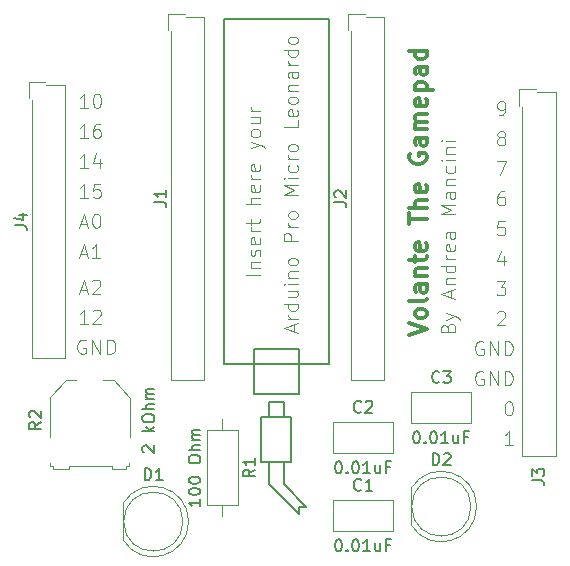
<source format=gbr>
G04 #@! TF.FileFunction,Legend,Top*
%FSLAX46Y46*%
G04 Gerber Fmt 4.6, Leading zero omitted, Abs format (unit mm)*
G04 Created by KiCad (PCBNEW 4.0.7) date 02/17/18 00:03:31*
%MOMM*%
%LPD*%
G01*
G04 APERTURE LIST*
%ADD10C,0.100000*%
%ADD11C,0.300000*%
%ADD12C,0.200000*%
%ADD13C,0.120000*%
%ADD14C,0.150000*%
G04 APERTURE END LIST*
D10*
X131787858Y-100237857D02*
X131102143Y-100237857D01*
X131445001Y-100237857D02*
X131445001Y-99037857D01*
X131330715Y-99209286D01*
X131216429Y-99323571D01*
X131102143Y-99380714D01*
X131387858Y-96497857D02*
X131502143Y-96497857D01*
X131616429Y-96555000D01*
X131673572Y-96612143D01*
X131730715Y-96726429D01*
X131787858Y-96955000D01*
X131787858Y-97240714D01*
X131730715Y-97469286D01*
X131673572Y-97583571D01*
X131616429Y-97640714D01*
X131502143Y-97697857D01*
X131387858Y-97697857D01*
X131273572Y-97640714D01*
X131216429Y-97583571D01*
X131159286Y-97469286D01*
X131102143Y-97240714D01*
X131102143Y-96955000D01*
X131159286Y-96726429D01*
X131216429Y-96612143D01*
X131273572Y-96555000D01*
X131387858Y-96497857D01*
X129260715Y-94015000D02*
X129146429Y-93957857D01*
X128975000Y-93957857D01*
X128803572Y-94015000D01*
X128689286Y-94129286D01*
X128632143Y-94243571D01*
X128575000Y-94472143D01*
X128575000Y-94643571D01*
X128632143Y-94872143D01*
X128689286Y-94986429D01*
X128803572Y-95100714D01*
X128975000Y-95157857D01*
X129089286Y-95157857D01*
X129260715Y-95100714D01*
X129317858Y-95043571D01*
X129317858Y-94643571D01*
X129089286Y-94643571D01*
X129832143Y-95157857D02*
X129832143Y-93957857D01*
X130517858Y-95157857D01*
X130517858Y-93957857D01*
X131089286Y-95157857D02*
X131089286Y-93957857D01*
X131375001Y-93957857D01*
X131546429Y-94015000D01*
X131660715Y-94129286D01*
X131717858Y-94243571D01*
X131775001Y-94472143D01*
X131775001Y-94643571D01*
X131717858Y-94872143D01*
X131660715Y-94986429D01*
X131546429Y-95100714D01*
X131375001Y-95157857D01*
X131089286Y-95157857D01*
X129260715Y-91475000D02*
X129146429Y-91417857D01*
X128975000Y-91417857D01*
X128803572Y-91475000D01*
X128689286Y-91589286D01*
X128632143Y-91703571D01*
X128575000Y-91932143D01*
X128575000Y-92103571D01*
X128632143Y-92332143D01*
X128689286Y-92446429D01*
X128803572Y-92560714D01*
X128975000Y-92617857D01*
X129089286Y-92617857D01*
X129260715Y-92560714D01*
X129317858Y-92503571D01*
X129317858Y-92103571D01*
X129089286Y-92103571D01*
X129832143Y-92617857D02*
X129832143Y-91417857D01*
X130517858Y-92617857D01*
X130517858Y-91417857D01*
X131089286Y-92617857D02*
X131089286Y-91417857D01*
X131375001Y-91417857D01*
X131546429Y-91475000D01*
X131660715Y-91589286D01*
X131717858Y-91703571D01*
X131775001Y-91932143D01*
X131775001Y-92103571D01*
X131717858Y-92332143D01*
X131660715Y-92446429D01*
X131546429Y-92560714D01*
X131375001Y-92617857D01*
X131089286Y-92617857D01*
X130467143Y-88992143D02*
X130524286Y-88935000D01*
X130638572Y-88877857D01*
X130924286Y-88877857D01*
X131038572Y-88935000D01*
X131095715Y-88992143D01*
X131152858Y-89106429D01*
X131152858Y-89220714D01*
X131095715Y-89392143D01*
X130410001Y-90077857D01*
X131152858Y-90077857D01*
X130410001Y-86337857D02*
X131152858Y-86337857D01*
X130752858Y-86795000D01*
X130924286Y-86795000D01*
X131038572Y-86852143D01*
X131095715Y-86909286D01*
X131152858Y-87023571D01*
X131152858Y-87309286D01*
X131095715Y-87423571D01*
X131038572Y-87480714D01*
X130924286Y-87537857D01*
X130581429Y-87537857D01*
X130467143Y-87480714D01*
X130410001Y-87423571D01*
X131038572Y-84197857D02*
X131038572Y-84997857D01*
X130752858Y-83740714D02*
X130467143Y-84597857D01*
X131210001Y-84597857D01*
X131095715Y-81257857D02*
X130524286Y-81257857D01*
X130467143Y-81829286D01*
X130524286Y-81772143D01*
X130638572Y-81715000D01*
X130924286Y-81715000D01*
X131038572Y-81772143D01*
X131095715Y-81829286D01*
X131152858Y-81943571D01*
X131152858Y-82229286D01*
X131095715Y-82343571D01*
X131038572Y-82400714D01*
X130924286Y-82457857D01*
X130638572Y-82457857D01*
X130524286Y-82400714D01*
X130467143Y-82343571D01*
X131038572Y-78717857D02*
X130810001Y-78717857D01*
X130695715Y-78775000D01*
X130638572Y-78832143D01*
X130524286Y-79003571D01*
X130467143Y-79232143D01*
X130467143Y-79689286D01*
X130524286Y-79803571D01*
X130581429Y-79860714D01*
X130695715Y-79917857D01*
X130924286Y-79917857D01*
X131038572Y-79860714D01*
X131095715Y-79803571D01*
X131152858Y-79689286D01*
X131152858Y-79403571D01*
X131095715Y-79289286D01*
X131038572Y-79232143D01*
X130924286Y-79175000D01*
X130695715Y-79175000D01*
X130581429Y-79232143D01*
X130524286Y-79289286D01*
X130467143Y-79403571D01*
X130410001Y-76177857D02*
X131210001Y-76177857D01*
X130695715Y-77377857D01*
X130695715Y-74152143D02*
X130581429Y-74095000D01*
X130524286Y-74037857D01*
X130467143Y-73923571D01*
X130467143Y-73866429D01*
X130524286Y-73752143D01*
X130581429Y-73695000D01*
X130695715Y-73637857D01*
X130924286Y-73637857D01*
X131038572Y-73695000D01*
X131095715Y-73752143D01*
X131152858Y-73866429D01*
X131152858Y-73923571D01*
X131095715Y-74037857D01*
X131038572Y-74095000D01*
X130924286Y-74152143D01*
X130695715Y-74152143D01*
X130581429Y-74209286D01*
X130524286Y-74266429D01*
X130467143Y-74380714D01*
X130467143Y-74609286D01*
X130524286Y-74723571D01*
X130581429Y-74780714D01*
X130695715Y-74837857D01*
X130924286Y-74837857D01*
X131038572Y-74780714D01*
X131095715Y-74723571D01*
X131152858Y-74609286D01*
X131152858Y-74380714D01*
X131095715Y-74266429D01*
X131038572Y-74209286D01*
X130924286Y-74152143D01*
X130581429Y-72297857D02*
X130810001Y-72297857D01*
X130924286Y-72240714D01*
X130981429Y-72183571D01*
X131095715Y-72012143D01*
X131152858Y-71783571D01*
X131152858Y-71326429D01*
X131095715Y-71212143D01*
X131038572Y-71155000D01*
X130924286Y-71097857D01*
X130695715Y-71097857D01*
X130581429Y-71155000D01*
X130524286Y-71212143D01*
X130467143Y-71326429D01*
X130467143Y-71612143D01*
X130524286Y-71726429D01*
X130581429Y-71783571D01*
X130695715Y-71840714D01*
X130924286Y-71840714D01*
X131038572Y-71783571D01*
X131095715Y-71726429D01*
X131152858Y-71612143D01*
X95605715Y-91348000D02*
X95491429Y-91290857D01*
X95320000Y-91290857D01*
X95148572Y-91348000D01*
X95034286Y-91462286D01*
X94977143Y-91576571D01*
X94920000Y-91805143D01*
X94920000Y-91976571D01*
X94977143Y-92205143D01*
X95034286Y-92319429D01*
X95148572Y-92433714D01*
X95320000Y-92490857D01*
X95434286Y-92490857D01*
X95605715Y-92433714D01*
X95662858Y-92376571D01*
X95662858Y-91976571D01*
X95434286Y-91976571D01*
X96177143Y-92490857D02*
X96177143Y-91290857D01*
X96862858Y-92490857D01*
X96862858Y-91290857D01*
X97434286Y-92490857D02*
X97434286Y-91290857D01*
X97720001Y-91290857D01*
X97891429Y-91348000D01*
X98005715Y-91462286D01*
X98062858Y-91576571D01*
X98120001Y-91805143D01*
X98120001Y-91976571D01*
X98062858Y-92205143D01*
X98005715Y-92319429D01*
X97891429Y-92433714D01*
X97720001Y-92490857D01*
X97434286Y-92490857D01*
X95783429Y-89950857D02*
X95097714Y-89950857D01*
X95440572Y-89950857D02*
X95440572Y-88750857D01*
X95326286Y-88922286D01*
X95212000Y-89036571D01*
X95097714Y-89093714D01*
X96240571Y-88865143D02*
X96297714Y-88808000D01*
X96412000Y-88750857D01*
X96697714Y-88750857D01*
X96812000Y-88808000D01*
X96869143Y-88865143D01*
X96926286Y-88979429D01*
X96926286Y-89093714D01*
X96869143Y-89265143D01*
X96183429Y-89950857D01*
X96926286Y-89950857D01*
X95154857Y-87068000D02*
X95726286Y-87068000D01*
X95040572Y-87410857D02*
X95440572Y-86210857D01*
X95840572Y-87410857D01*
X96183428Y-86325143D02*
X96240571Y-86268000D01*
X96354857Y-86210857D01*
X96640571Y-86210857D01*
X96754857Y-86268000D01*
X96812000Y-86325143D01*
X96869143Y-86439429D01*
X96869143Y-86553714D01*
X96812000Y-86725143D01*
X96126286Y-87410857D01*
X96869143Y-87410857D01*
X95154857Y-84020000D02*
X95726286Y-84020000D01*
X95040572Y-84362857D02*
X95440572Y-83162857D01*
X95840572Y-84362857D01*
X96869143Y-84362857D02*
X96183428Y-84362857D01*
X96526286Y-84362857D02*
X96526286Y-83162857D01*
X96412000Y-83334286D01*
X96297714Y-83448571D01*
X96183428Y-83505714D01*
X95154857Y-81480000D02*
X95726286Y-81480000D01*
X95040572Y-81822857D02*
X95440572Y-80622857D01*
X95840572Y-81822857D01*
X96469143Y-80622857D02*
X96583428Y-80622857D01*
X96697714Y-80680000D01*
X96754857Y-80737143D01*
X96812000Y-80851429D01*
X96869143Y-81080000D01*
X96869143Y-81365714D01*
X96812000Y-81594286D01*
X96754857Y-81708571D01*
X96697714Y-81765714D01*
X96583428Y-81822857D01*
X96469143Y-81822857D01*
X96354857Y-81765714D01*
X96297714Y-81708571D01*
X96240571Y-81594286D01*
X96183428Y-81365714D01*
X96183428Y-81080000D01*
X96240571Y-80851429D01*
X96297714Y-80737143D01*
X96354857Y-80680000D01*
X96469143Y-80622857D01*
X95783429Y-79282857D02*
X95097714Y-79282857D01*
X95440572Y-79282857D02*
X95440572Y-78082857D01*
X95326286Y-78254286D01*
X95212000Y-78368571D01*
X95097714Y-78425714D01*
X96869143Y-78082857D02*
X96297714Y-78082857D01*
X96240571Y-78654286D01*
X96297714Y-78597143D01*
X96412000Y-78540000D01*
X96697714Y-78540000D01*
X96812000Y-78597143D01*
X96869143Y-78654286D01*
X96926286Y-78768571D01*
X96926286Y-79054286D01*
X96869143Y-79168571D01*
X96812000Y-79225714D01*
X96697714Y-79282857D01*
X96412000Y-79282857D01*
X96297714Y-79225714D01*
X96240571Y-79168571D01*
X95783429Y-76742857D02*
X95097714Y-76742857D01*
X95440572Y-76742857D02*
X95440572Y-75542857D01*
X95326286Y-75714286D01*
X95212000Y-75828571D01*
X95097714Y-75885714D01*
X96812000Y-75942857D02*
X96812000Y-76742857D01*
X96526286Y-75485714D02*
X96240571Y-76342857D01*
X96983429Y-76342857D01*
X95783429Y-74202857D02*
X95097714Y-74202857D01*
X95440572Y-74202857D02*
X95440572Y-73002857D01*
X95326286Y-73174286D01*
X95212000Y-73288571D01*
X95097714Y-73345714D01*
X96812000Y-73002857D02*
X96583429Y-73002857D01*
X96469143Y-73060000D01*
X96412000Y-73117143D01*
X96297714Y-73288571D01*
X96240571Y-73517143D01*
X96240571Y-73974286D01*
X96297714Y-74088571D01*
X96354857Y-74145714D01*
X96469143Y-74202857D01*
X96697714Y-74202857D01*
X96812000Y-74145714D01*
X96869143Y-74088571D01*
X96926286Y-73974286D01*
X96926286Y-73688571D01*
X96869143Y-73574286D01*
X96812000Y-73517143D01*
X96697714Y-73460000D01*
X96469143Y-73460000D01*
X96354857Y-73517143D01*
X96297714Y-73574286D01*
X96240571Y-73688571D01*
X95783429Y-71662857D02*
X95097714Y-71662857D01*
X95440572Y-71662857D02*
X95440572Y-70462857D01*
X95326286Y-70634286D01*
X95212000Y-70748571D01*
X95097714Y-70805714D01*
X96526286Y-70462857D02*
X96640571Y-70462857D01*
X96754857Y-70520000D01*
X96812000Y-70577143D01*
X96869143Y-70691429D01*
X96926286Y-70920000D01*
X96926286Y-71205714D01*
X96869143Y-71434286D01*
X96812000Y-71548571D01*
X96754857Y-71605714D01*
X96640571Y-71662857D01*
X96526286Y-71662857D01*
X96412000Y-71605714D01*
X96354857Y-71548571D01*
X96297714Y-71434286D01*
X96240571Y-71205714D01*
X96240571Y-70920000D01*
X96297714Y-70691429D01*
X96354857Y-70577143D01*
X96412000Y-70520000D01*
X96526286Y-70462857D01*
X110397857Y-85768571D02*
X109197857Y-85768571D01*
X109597857Y-85197142D02*
X110397857Y-85197142D01*
X109712143Y-85197142D02*
X109655000Y-85139999D01*
X109597857Y-85025713D01*
X109597857Y-84854285D01*
X109655000Y-84739999D01*
X109769286Y-84682856D01*
X110397857Y-84682856D01*
X110340714Y-84168571D02*
X110397857Y-84054285D01*
X110397857Y-83825713D01*
X110340714Y-83711428D01*
X110226429Y-83654285D01*
X110169286Y-83654285D01*
X110055000Y-83711428D01*
X109997857Y-83825713D01*
X109997857Y-83997142D01*
X109940714Y-84111428D01*
X109826429Y-84168571D01*
X109769286Y-84168571D01*
X109655000Y-84111428D01*
X109597857Y-83997142D01*
X109597857Y-83825713D01*
X109655000Y-83711428D01*
X110340714Y-82682856D02*
X110397857Y-82797142D01*
X110397857Y-83025713D01*
X110340714Y-83139999D01*
X110226429Y-83197142D01*
X109769286Y-83197142D01*
X109655000Y-83139999D01*
X109597857Y-83025713D01*
X109597857Y-82797142D01*
X109655000Y-82682856D01*
X109769286Y-82625713D01*
X109883571Y-82625713D01*
X109997857Y-83197142D01*
X110397857Y-82111428D02*
X109597857Y-82111428D01*
X109826429Y-82111428D02*
X109712143Y-82054285D01*
X109655000Y-81997142D01*
X109597857Y-81882856D01*
X109597857Y-81768571D01*
X109597857Y-81539999D02*
X109597857Y-81082856D01*
X109197857Y-81368571D02*
X110226429Y-81368571D01*
X110340714Y-81311428D01*
X110397857Y-81197142D01*
X110397857Y-81082856D01*
X110397857Y-79768571D02*
X109197857Y-79768571D01*
X110397857Y-79254285D02*
X109769286Y-79254285D01*
X109655000Y-79311428D01*
X109597857Y-79425714D01*
X109597857Y-79597142D01*
X109655000Y-79711428D01*
X109712143Y-79768571D01*
X110340714Y-78225714D02*
X110397857Y-78340000D01*
X110397857Y-78568571D01*
X110340714Y-78682857D01*
X110226429Y-78740000D01*
X109769286Y-78740000D01*
X109655000Y-78682857D01*
X109597857Y-78568571D01*
X109597857Y-78340000D01*
X109655000Y-78225714D01*
X109769286Y-78168571D01*
X109883571Y-78168571D01*
X109997857Y-78740000D01*
X110397857Y-77654286D02*
X109597857Y-77654286D01*
X109826429Y-77654286D02*
X109712143Y-77597143D01*
X109655000Y-77540000D01*
X109597857Y-77425714D01*
X109597857Y-77311429D01*
X110340714Y-76454286D02*
X110397857Y-76568572D01*
X110397857Y-76797143D01*
X110340714Y-76911429D01*
X110226429Y-76968572D01*
X109769286Y-76968572D01*
X109655000Y-76911429D01*
X109597857Y-76797143D01*
X109597857Y-76568572D01*
X109655000Y-76454286D01*
X109769286Y-76397143D01*
X109883571Y-76397143D01*
X109997857Y-76968572D01*
X109597857Y-75082857D02*
X110397857Y-74797143D01*
X109597857Y-74511429D02*
X110397857Y-74797143D01*
X110683571Y-74911429D01*
X110740714Y-74968572D01*
X110797857Y-75082857D01*
X110397857Y-73882857D02*
X110340714Y-73997143D01*
X110283571Y-74054286D01*
X110169286Y-74111429D01*
X109826429Y-74111429D01*
X109712143Y-74054286D01*
X109655000Y-73997143D01*
X109597857Y-73882857D01*
X109597857Y-73711429D01*
X109655000Y-73597143D01*
X109712143Y-73540000D01*
X109826429Y-73482857D01*
X110169286Y-73482857D01*
X110283571Y-73540000D01*
X110340714Y-73597143D01*
X110397857Y-73711429D01*
X110397857Y-73882857D01*
X109597857Y-72454286D02*
X110397857Y-72454286D01*
X109597857Y-72968572D02*
X110226429Y-72968572D01*
X110340714Y-72911429D01*
X110397857Y-72797143D01*
X110397857Y-72625715D01*
X110340714Y-72511429D01*
X110283571Y-72454286D01*
X110397857Y-71882858D02*
X109597857Y-71882858D01*
X109826429Y-71882858D02*
X109712143Y-71825715D01*
X109655000Y-71768572D01*
X109597857Y-71654286D01*
X109597857Y-71540001D01*
X113230000Y-90590713D02*
X113230000Y-90019284D01*
X113572857Y-90704998D02*
X112372857Y-90304998D01*
X113572857Y-89904998D01*
X113572857Y-89504999D02*
X112772857Y-89504999D01*
X113001429Y-89504999D02*
X112887143Y-89447856D01*
X112830000Y-89390713D01*
X112772857Y-89276427D01*
X112772857Y-89162142D01*
X113572857Y-88247856D02*
X112372857Y-88247856D01*
X113515714Y-88247856D02*
X113572857Y-88362142D01*
X113572857Y-88590713D01*
X113515714Y-88704999D01*
X113458571Y-88762142D01*
X113344286Y-88819285D01*
X113001429Y-88819285D01*
X112887143Y-88762142D01*
X112830000Y-88704999D01*
X112772857Y-88590713D01*
X112772857Y-88362142D01*
X112830000Y-88247856D01*
X112772857Y-87162142D02*
X113572857Y-87162142D01*
X112772857Y-87676428D02*
X113401429Y-87676428D01*
X113515714Y-87619285D01*
X113572857Y-87504999D01*
X113572857Y-87333571D01*
X113515714Y-87219285D01*
X113458571Y-87162142D01*
X113572857Y-86590714D02*
X112772857Y-86590714D01*
X112372857Y-86590714D02*
X112430000Y-86647857D01*
X112487143Y-86590714D01*
X112430000Y-86533571D01*
X112372857Y-86590714D01*
X112487143Y-86590714D01*
X112772857Y-86019285D02*
X113572857Y-86019285D01*
X112887143Y-86019285D02*
X112830000Y-85962142D01*
X112772857Y-85847856D01*
X112772857Y-85676428D01*
X112830000Y-85562142D01*
X112944286Y-85504999D01*
X113572857Y-85504999D01*
X113572857Y-84762142D02*
X113515714Y-84876428D01*
X113458571Y-84933571D01*
X113344286Y-84990714D01*
X113001429Y-84990714D01*
X112887143Y-84933571D01*
X112830000Y-84876428D01*
X112772857Y-84762142D01*
X112772857Y-84590714D01*
X112830000Y-84476428D01*
X112887143Y-84419285D01*
X113001429Y-84362142D01*
X113344286Y-84362142D01*
X113458571Y-84419285D01*
X113515714Y-84476428D01*
X113572857Y-84590714D01*
X113572857Y-84762142D01*
X113572857Y-82933571D02*
X112372857Y-82933571D01*
X112372857Y-82476428D01*
X112430000Y-82362142D01*
X112487143Y-82304999D01*
X112601429Y-82247856D01*
X112772857Y-82247856D01*
X112887143Y-82304999D01*
X112944286Y-82362142D01*
X113001429Y-82476428D01*
X113001429Y-82933571D01*
X113572857Y-81733571D02*
X112772857Y-81733571D01*
X113001429Y-81733571D02*
X112887143Y-81676428D01*
X112830000Y-81619285D01*
X112772857Y-81504999D01*
X112772857Y-81390714D01*
X113572857Y-80819285D02*
X113515714Y-80933571D01*
X113458571Y-80990714D01*
X113344286Y-81047857D01*
X113001429Y-81047857D01*
X112887143Y-80990714D01*
X112830000Y-80933571D01*
X112772857Y-80819285D01*
X112772857Y-80647857D01*
X112830000Y-80533571D01*
X112887143Y-80476428D01*
X113001429Y-80419285D01*
X113344286Y-80419285D01*
X113458571Y-80476428D01*
X113515714Y-80533571D01*
X113572857Y-80647857D01*
X113572857Y-80819285D01*
X113572857Y-78990714D02*
X112372857Y-78990714D01*
X113230000Y-78590714D01*
X112372857Y-78190714D01*
X113572857Y-78190714D01*
X113572857Y-77619285D02*
X112772857Y-77619285D01*
X112372857Y-77619285D02*
X112430000Y-77676428D01*
X112487143Y-77619285D01*
X112430000Y-77562142D01*
X112372857Y-77619285D01*
X112487143Y-77619285D01*
X113515714Y-76533570D02*
X113572857Y-76647856D01*
X113572857Y-76876427D01*
X113515714Y-76990713D01*
X113458571Y-77047856D01*
X113344286Y-77104999D01*
X113001429Y-77104999D01*
X112887143Y-77047856D01*
X112830000Y-76990713D01*
X112772857Y-76876427D01*
X112772857Y-76647856D01*
X112830000Y-76533570D01*
X113572857Y-76019285D02*
X112772857Y-76019285D01*
X113001429Y-76019285D02*
X112887143Y-75962142D01*
X112830000Y-75904999D01*
X112772857Y-75790713D01*
X112772857Y-75676428D01*
X113572857Y-75104999D02*
X113515714Y-75219285D01*
X113458571Y-75276428D01*
X113344286Y-75333571D01*
X113001429Y-75333571D01*
X112887143Y-75276428D01*
X112830000Y-75219285D01*
X112772857Y-75104999D01*
X112772857Y-74933571D01*
X112830000Y-74819285D01*
X112887143Y-74762142D01*
X113001429Y-74704999D01*
X113344286Y-74704999D01*
X113458571Y-74762142D01*
X113515714Y-74819285D01*
X113572857Y-74933571D01*
X113572857Y-75104999D01*
X113572857Y-72704999D02*
X113572857Y-73276428D01*
X112372857Y-73276428D01*
X113515714Y-71847856D02*
X113572857Y-71962142D01*
X113572857Y-72190713D01*
X113515714Y-72304999D01*
X113401429Y-72362142D01*
X112944286Y-72362142D01*
X112830000Y-72304999D01*
X112772857Y-72190713D01*
X112772857Y-71962142D01*
X112830000Y-71847856D01*
X112944286Y-71790713D01*
X113058571Y-71790713D01*
X113172857Y-72362142D01*
X113572857Y-71104999D02*
X113515714Y-71219285D01*
X113458571Y-71276428D01*
X113344286Y-71333571D01*
X113001429Y-71333571D01*
X112887143Y-71276428D01*
X112830000Y-71219285D01*
X112772857Y-71104999D01*
X112772857Y-70933571D01*
X112830000Y-70819285D01*
X112887143Y-70762142D01*
X113001429Y-70704999D01*
X113344286Y-70704999D01*
X113458571Y-70762142D01*
X113515714Y-70819285D01*
X113572857Y-70933571D01*
X113572857Y-71104999D01*
X112772857Y-70190714D02*
X113572857Y-70190714D01*
X112887143Y-70190714D02*
X112830000Y-70133571D01*
X112772857Y-70019285D01*
X112772857Y-69847857D01*
X112830000Y-69733571D01*
X112944286Y-69676428D01*
X113572857Y-69676428D01*
X113572857Y-68590714D02*
X112944286Y-68590714D01*
X112830000Y-68647857D01*
X112772857Y-68762143D01*
X112772857Y-68990714D01*
X112830000Y-69105000D01*
X113515714Y-68590714D02*
X113572857Y-68705000D01*
X113572857Y-68990714D01*
X113515714Y-69105000D01*
X113401429Y-69162143D01*
X113287143Y-69162143D01*
X113172857Y-69105000D01*
X113115714Y-68990714D01*
X113115714Y-68705000D01*
X113058571Y-68590714D01*
X113572857Y-68019286D02*
X112772857Y-68019286D01*
X113001429Y-68019286D02*
X112887143Y-67962143D01*
X112830000Y-67905000D01*
X112772857Y-67790714D01*
X112772857Y-67676429D01*
X113572857Y-66762143D02*
X112372857Y-66762143D01*
X113515714Y-66762143D02*
X113572857Y-66876429D01*
X113572857Y-67105000D01*
X113515714Y-67219286D01*
X113458571Y-67276429D01*
X113344286Y-67333572D01*
X113001429Y-67333572D01*
X112887143Y-67276429D01*
X112830000Y-67219286D01*
X112772857Y-67105000D01*
X112772857Y-66876429D01*
X112830000Y-66762143D01*
X113572857Y-66019286D02*
X113515714Y-66133572D01*
X113458571Y-66190715D01*
X113344286Y-66247858D01*
X113001429Y-66247858D01*
X112887143Y-66190715D01*
X112830000Y-66133572D01*
X112772857Y-66019286D01*
X112772857Y-65847858D01*
X112830000Y-65733572D01*
X112887143Y-65676429D01*
X113001429Y-65619286D01*
X113344286Y-65619286D01*
X113458571Y-65676429D01*
X113515714Y-65733572D01*
X113572857Y-65847858D01*
X113572857Y-66019286D01*
X126279286Y-90264285D02*
X126336429Y-90092856D01*
X126393571Y-90035713D01*
X126507857Y-89978570D01*
X126679286Y-89978570D01*
X126793571Y-90035713D01*
X126850714Y-90092856D01*
X126907857Y-90207142D01*
X126907857Y-90664285D01*
X125707857Y-90664285D01*
X125707857Y-90264285D01*
X125765000Y-90149999D01*
X125822143Y-90092856D01*
X125936429Y-90035713D01*
X126050714Y-90035713D01*
X126165000Y-90092856D01*
X126222143Y-90149999D01*
X126279286Y-90264285D01*
X126279286Y-90664285D01*
X126107857Y-89578570D02*
X126907857Y-89292856D01*
X126107857Y-89007142D02*
X126907857Y-89292856D01*
X127193571Y-89407142D01*
X127250714Y-89464285D01*
X127307857Y-89578570D01*
X126565000Y-87692856D02*
X126565000Y-87121427D01*
X126907857Y-87807141D02*
X125707857Y-87407141D01*
X126907857Y-87007141D01*
X126107857Y-86607142D02*
X126907857Y-86607142D01*
X126222143Y-86607142D02*
X126165000Y-86549999D01*
X126107857Y-86435713D01*
X126107857Y-86264285D01*
X126165000Y-86149999D01*
X126279286Y-86092856D01*
X126907857Y-86092856D01*
X126907857Y-85007142D02*
X125707857Y-85007142D01*
X126850714Y-85007142D02*
X126907857Y-85121428D01*
X126907857Y-85349999D01*
X126850714Y-85464285D01*
X126793571Y-85521428D01*
X126679286Y-85578571D01*
X126336429Y-85578571D01*
X126222143Y-85521428D01*
X126165000Y-85464285D01*
X126107857Y-85349999D01*
X126107857Y-85121428D01*
X126165000Y-85007142D01*
X126907857Y-84435714D02*
X126107857Y-84435714D01*
X126336429Y-84435714D02*
X126222143Y-84378571D01*
X126165000Y-84321428D01*
X126107857Y-84207142D01*
X126107857Y-84092857D01*
X126850714Y-83235714D02*
X126907857Y-83350000D01*
X126907857Y-83578571D01*
X126850714Y-83692857D01*
X126736429Y-83750000D01*
X126279286Y-83750000D01*
X126165000Y-83692857D01*
X126107857Y-83578571D01*
X126107857Y-83350000D01*
X126165000Y-83235714D01*
X126279286Y-83178571D01*
X126393571Y-83178571D01*
X126507857Y-83750000D01*
X126907857Y-82150000D02*
X126279286Y-82150000D01*
X126165000Y-82207143D01*
X126107857Y-82321429D01*
X126107857Y-82550000D01*
X126165000Y-82664286D01*
X126850714Y-82150000D02*
X126907857Y-82264286D01*
X126907857Y-82550000D01*
X126850714Y-82664286D01*
X126736429Y-82721429D01*
X126622143Y-82721429D01*
X126507857Y-82664286D01*
X126450714Y-82550000D01*
X126450714Y-82264286D01*
X126393571Y-82150000D01*
X126907857Y-80664286D02*
X125707857Y-80664286D01*
X126565000Y-80264286D01*
X125707857Y-79864286D01*
X126907857Y-79864286D01*
X126907857Y-78778571D02*
X126279286Y-78778571D01*
X126165000Y-78835714D01*
X126107857Y-78950000D01*
X126107857Y-79178571D01*
X126165000Y-79292857D01*
X126850714Y-78778571D02*
X126907857Y-78892857D01*
X126907857Y-79178571D01*
X126850714Y-79292857D01*
X126736429Y-79350000D01*
X126622143Y-79350000D01*
X126507857Y-79292857D01*
X126450714Y-79178571D01*
X126450714Y-78892857D01*
X126393571Y-78778571D01*
X126107857Y-78207143D02*
X126907857Y-78207143D01*
X126222143Y-78207143D02*
X126165000Y-78150000D01*
X126107857Y-78035714D01*
X126107857Y-77864286D01*
X126165000Y-77750000D01*
X126279286Y-77692857D01*
X126907857Y-77692857D01*
X126850714Y-76607143D02*
X126907857Y-76721429D01*
X126907857Y-76950000D01*
X126850714Y-77064286D01*
X126793571Y-77121429D01*
X126679286Y-77178572D01*
X126336429Y-77178572D01*
X126222143Y-77121429D01*
X126165000Y-77064286D01*
X126107857Y-76950000D01*
X126107857Y-76721429D01*
X126165000Y-76607143D01*
X126907857Y-76092858D02*
X126107857Y-76092858D01*
X125707857Y-76092858D02*
X125765000Y-76150001D01*
X125822143Y-76092858D01*
X125765000Y-76035715D01*
X125707857Y-76092858D01*
X125822143Y-76092858D01*
X126107857Y-75521429D02*
X126907857Y-75521429D01*
X126222143Y-75521429D02*
X126165000Y-75464286D01*
X126107857Y-75350000D01*
X126107857Y-75178572D01*
X126165000Y-75064286D01*
X126279286Y-75007143D01*
X126907857Y-75007143D01*
X126907857Y-74435715D02*
X126107857Y-74435715D01*
X125707857Y-74435715D02*
X125765000Y-74492858D01*
X125822143Y-74435715D01*
X125765000Y-74378572D01*
X125707857Y-74435715D01*
X125822143Y-74435715D01*
D11*
X123003571Y-90882857D02*
X124503571Y-90382857D01*
X123003571Y-89882857D01*
X124503571Y-89168571D02*
X124432143Y-89311429D01*
X124360714Y-89382857D01*
X124217857Y-89454286D01*
X123789286Y-89454286D01*
X123646429Y-89382857D01*
X123575000Y-89311429D01*
X123503571Y-89168571D01*
X123503571Y-88954286D01*
X123575000Y-88811429D01*
X123646429Y-88740000D01*
X123789286Y-88668571D01*
X124217857Y-88668571D01*
X124360714Y-88740000D01*
X124432143Y-88811429D01*
X124503571Y-88954286D01*
X124503571Y-89168571D01*
X124503571Y-87811428D02*
X124432143Y-87954286D01*
X124289286Y-88025714D01*
X123003571Y-88025714D01*
X124503571Y-86597143D02*
X123717857Y-86597143D01*
X123575000Y-86668572D01*
X123503571Y-86811429D01*
X123503571Y-87097143D01*
X123575000Y-87240000D01*
X124432143Y-86597143D02*
X124503571Y-86740000D01*
X124503571Y-87097143D01*
X124432143Y-87240000D01*
X124289286Y-87311429D01*
X124146429Y-87311429D01*
X124003571Y-87240000D01*
X123932143Y-87097143D01*
X123932143Y-86740000D01*
X123860714Y-86597143D01*
X123503571Y-85882857D02*
X124503571Y-85882857D01*
X123646429Y-85882857D02*
X123575000Y-85811429D01*
X123503571Y-85668571D01*
X123503571Y-85454286D01*
X123575000Y-85311429D01*
X123717857Y-85240000D01*
X124503571Y-85240000D01*
X123503571Y-84740000D02*
X123503571Y-84168571D01*
X123003571Y-84525714D02*
X124289286Y-84525714D01*
X124432143Y-84454286D01*
X124503571Y-84311428D01*
X124503571Y-84168571D01*
X124432143Y-83097143D02*
X124503571Y-83240000D01*
X124503571Y-83525714D01*
X124432143Y-83668571D01*
X124289286Y-83740000D01*
X123717857Y-83740000D01*
X123575000Y-83668571D01*
X123503571Y-83525714D01*
X123503571Y-83240000D01*
X123575000Y-83097143D01*
X123717857Y-83025714D01*
X123860714Y-83025714D01*
X124003571Y-83740000D01*
X123003571Y-81454286D02*
X123003571Y-80597143D01*
X124503571Y-81025714D02*
X123003571Y-81025714D01*
X124503571Y-80097143D02*
X123003571Y-80097143D01*
X124503571Y-79454286D02*
X123717857Y-79454286D01*
X123575000Y-79525715D01*
X123503571Y-79668572D01*
X123503571Y-79882857D01*
X123575000Y-80025715D01*
X123646429Y-80097143D01*
X124432143Y-78168572D02*
X124503571Y-78311429D01*
X124503571Y-78597143D01*
X124432143Y-78740000D01*
X124289286Y-78811429D01*
X123717857Y-78811429D01*
X123575000Y-78740000D01*
X123503571Y-78597143D01*
X123503571Y-78311429D01*
X123575000Y-78168572D01*
X123717857Y-78097143D01*
X123860714Y-78097143D01*
X124003571Y-78811429D01*
X123075000Y-75525715D02*
X123003571Y-75668572D01*
X123003571Y-75882858D01*
X123075000Y-76097143D01*
X123217857Y-76240001D01*
X123360714Y-76311429D01*
X123646429Y-76382858D01*
X123860714Y-76382858D01*
X124146429Y-76311429D01*
X124289286Y-76240001D01*
X124432143Y-76097143D01*
X124503571Y-75882858D01*
X124503571Y-75740001D01*
X124432143Y-75525715D01*
X124360714Y-75454286D01*
X123860714Y-75454286D01*
X123860714Y-75740001D01*
X124503571Y-74168572D02*
X123717857Y-74168572D01*
X123575000Y-74240001D01*
X123503571Y-74382858D01*
X123503571Y-74668572D01*
X123575000Y-74811429D01*
X124432143Y-74168572D02*
X124503571Y-74311429D01*
X124503571Y-74668572D01*
X124432143Y-74811429D01*
X124289286Y-74882858D01*
X124146429Y-74882858D01*
X124003571Y-74811429D01*
X123932143Y-74668572D01*
X123932143Y-74311429D01*
X123860714Y-74168572D01*
X124503571Y-73454286D02*
X123503571Y-73454286D01*
X123646429Y-73454286D02*
X123575000Y-73382858D01*
X123503571Y-73240000D01*
X123503571Y-73025715D01*
X123575000Y-72882858D01*
X123717857Y-72811429D01*
X124503571Y-72811429D01*
X123717857Y-72811429D02*
X123575000Y-72740000D01*
X123503571Y-72597143D01*
X123503571Y-72382858D01*
X123575000Y-72240000D01*
X123717857Y-72168572D01*
X124503571Y-72168572D01*
X124432143Y-70882858D02*
X124503571Y-71025715D01*
X124503571Y-71311429D01*
X124432143Y-71454286D01*
X124289286Y-71525715D01*
X123717857Y-71525715D01*
X123575000Y-71454286D01*
X123503571Y-71311429D01*
X123503571Y-71025715D01*
X123575000Y-70882858D01*
X123717857Y-70811429D01*
X123860714Y-70811429D01*
X124003571Y-71525715D01*
X123503571Y-70168572D02*
X125003571Y-70168572D01*
X123575000Y-70168572D02*
X123503571Y-70025715D01*
X123503571Y-69740001D01*
X123575000Y-69597144D01*
X123646429Y-69525715D01*
X123789286Y-69454286D01*
X124217857Y-69454286D01*
X124360714Y-69525715D01*
X124432143Y-69597144D01*
X124503571Y-69740001D01*
X124503571Y-70025715D01*
X124432143Y-70168572D01*
X124503571Y-68168572D02*
X123717857Y-68168572D01*
X123575000Y-68240001D01*
X123503571Y-68382858D01*
X123503571Y-68668572D01*
X123575000Y-68811429D01*
X124432143Y-68168572D02*
X124503571Y-68311429D01*
X124503571Y-68668572D01*
X124432143Y-68811429D01*
X124289286Y-68882858D01*
X124146429Y-68882858D01*
X124003571Y-68811429D01*
X123932143Y-68668572D01*
X123932143Y-68311429D01*
X123860714Y-68168572D01*
X124503571Y-66811429D02*
X123003571Y-66811429D01*
X124432143Y-66811429D02*
X124503571Y-66954286D01*
X124503571Y-67240000D01*
X124432143Y-67382858D01*
X124360714Y-67454286D01*
X124217857Y-67525715D01*
X123789286Y-67525715D01*
X123646429Y-67454286D01*
X123575000Y-67382858D01*
X123503571Y-67240000D01*
X123503571Y-66954286D01*
X123575000Y-66811429D01*
D12*
X112395000Y-103505000D02*
X112395000Y-101600000D01*
X114300000Y-105410000D02*
X112395000Y-103505000D01*
X113665000Y-105410000D02*
X114300000Y-105410000D01*
X113665000Y-106045000D02*
X113665000Y-105410000D01*
X111125000Y-103505000D02*
X113665000Y-106045000D01*
X111125000Y-101600000D02*
X111125000Y-103505000D01*
X110490000Y-101600000D02*
X110490000Y-97790000D01*
X113030000Y-101600000D02*
X110490000Y-101600000D01*
X113030000Y-97790000D02*
X113030000Y-101600000D01*
X110490000Y-97790000D02*
X113030000Y-97790000D01*
X111125000Y-97790000D02*
X111125000Y-96520000D01*
X112395000Y-97790000D02*
X111125000Y-97790000D01*
X112395000Y-96520000D02*
X112395000Y-97790000D01*
X111125000Y-96520000D02*
X112395000Y-96520000D01*
X113665000Y-92075000D02*
X109855000Y-92075000D01*
X113665000Y-95885000D02*
X113665000Y-92075000D01*
X109855000Y-95885000D02*
X113665000Y-95885000D01*
X109855000Y-92075000D02*
X109855000Y-95885000D01*
X107315000Y-93345000D02*
X107315000Y-64135000D01*
X116205000Y-93345000D02*
X107315000Y-93345000D01*
X116205000Y-64135000D02*
X116205000Y-93345000D01*
X107315000Y-64135000D02*
X116205000Y-64135000D01*
D13*
X116546000Y-104862000D02*
X121666000Y-104862000D01*
X116546000Y-107482000D02*
X121666000Y-107482000D01*
X116546000Y-104862000D02*
X116546000Y-107482000D01*
X121666000Y-104862000D02*
X121666000Y-107482000D01*
X116546000Y-98258000D02*
X121666000Y-98258000D01*
X116546000Y-100878000D02*
X121666000Y-100878000D01*
X116546000Y-98258000D02*
X116546000Y-100878000D01*
X121666000Y-98258000D02*
X121666000Y-100878000D01*
X123150000Y-95718000D02*
X128270000Y-95718000D01*
X123150000Y-98338000D02*
X128270000Y-98338000D01*
X123150000Y-95718000D02*
X123150000Y-98338000D01*
X128270000Y-95718000D02*
X128270000Y-98338000D01*
X104090000Y-63920000D02*
X105680000Y-63920000D01*
X105680000Y-63920000D02*
X105680000Y-94700000D01*
X105680000Y-94700000D02*
X102840000Y-94700000D01*
X102840000Y-94700000D02*
X102840000Y-65170000D01*
X103990000Y-63670000D02*
X102590000Y-63670000D01*
X102590000Y-63670000D02*
X102590000Y-65070000D01*
X119330000Y-63920000D02*
X120920000Y-63920000D01*
X120920000Y-63920000D02*
X120920000Y-94700000D01*
X120920000Y-94700000D02*
X118080000Y-94700000D01*
X118080000Y-94700000D02*
X118080000Y-65170000D01*
X119230000Y-63670000D02*
X117830000Y-63670000D01*
X117830000Y-63670000D02*
X117830000Y-65070000D01*
X133815000Y-70335000D02*
X135405000Y-70335000D01*
X135405000Y-70335000D02*
X135405000Y-101115000D01*
X135405000Y-101115000D02*
X132565000Y-101115000D01*
X132565000Y-101115000D02*
X132565000Y-71585000D01*
X133715000Y-70085000D02*
X132315000Y-70085000D01*
X132315000Y-70085000D02*
X132315000Y-71485000D01*
X92286000Y-69700000D02*
X93876000Y-69700000D01*
X93876000Y-69700000D02*
X93876000Y-92860000D01*
X93876000Y-92860000D02*
X91036000Y-92860000D01*
X91036000Y-92860000D02*
X91036000Y-70950000D01*
X92186000Y-69450000D02*
X90786000Y-69450000D01*
X90786000Y-69450000D02*
X90786000Y-70850000D01*
X104336000Y-106680462D02*
G75*
G03X98786000Y-105135170I-2990000J462D01*
G01*
X104336000Y-106679538D02*
G75*
G02X98786000Y-108224830I-2990000J-462D01*
G01*
X103846000Y-106680000D02*
G75*
G03X103846000Y-106680000I-2500000J0D01*
G01*
X98786000Y-105135000D02*
X98786000Y-108225000D01*
X128720000Y-105410462D02*
G75*
G03X123170000Y-103865170I-2990000J462D01*
G01*
X128720000Y-105409538D02*
G75*
G02X123170000Y-106954830I-2990000J-462D01*
G01*
X128230000Y-105410000D02*
G75*
G03X128230000Y-105410000I-2500000J0D01*
G01*
X123170000Y-103865000D02*
X123170000Y-106955000D01*
X108498000Y-98898000D02*
X105878000Y-98898000D01*
X105878000Y-98898000D02*
X105878000Y-105318000D01*
X105878000Y-105318000D02*
X108498000Y-105318000D01*
X108498000Y-105318000D02*
X108498000Y-98898000D01*
X107188000Y-98008000D02*
X107188000Y-98898000D01*
X107188000Y-106208000D02*
X107188000Y-105318000D01*
X99322000Y-101734000D02*
X99322000Y-101984000D01*
X99322000Y-101984000D02*
X99072000Y-101984000D01*
X99072000Y-101984000D02*
X99072000Y-102234000D01*
X99072000Y-102234000D02*
X97822000Y-102234000D01*
X97822000Y-102234000D02*
X97822000Y-101984000D01*
X97822000Y-101984000D02*
X94172000Y-101984000D01*
X94172000Y-101984000D02*
X94172000Y-102234000D01*
X94172000Y-102234000D02*
X92872000Y-102234000D01*
X92872000Y-102234000D02*
X92872000Y-101984000D01*
X92872000Y-101984000D02*
X92572000Y-101984000D01*
X92572000Y-101984000D02*
X92572000Y-101734000D01*
X97122000Y-94684000D02*
X98022000Y-94684000D01*
X98022000Y-94684000D02*
X99372000Y-96184000D01*
X99372000Y-96184000D02*
X99372000Y-99484000D01*
X92572000Y-99484000D02*
X92572000Y-96134000D01*
X92572000Y-96134000D02*
X93922000Y-94684000D01*
X93922000Y-94684000D02*
X94822000Y-94684000D01*
D14*
X118939334Y-103969143D02*
X118891715Y-104016762D01*
X118748858Y-104064381D01*
X118653620Y-104064381D01*
X118510762Y-104016762D01*
X118415524Y-103921524D01*
X118367905Y-103826286D01*
X118320286Y-103635810D01*
X118320286Y-103492952D01*
X118367905Y-103302476D01*
X118415524Y-103207238D01*
X118510762Y-103112000D01*
X118653620Y-103064381D01*
X118748858Y-103064381D01*
X118891715Y-103112000D01*
X118939334Y-103159619D01*
X119891715Y-104064381D02*
X119320286Y-104064381D01*
X119606000Y-104064381D02*
X119606000Y-103064381D01*
X119510762Y-103207238D01*
X119415524Y-103302476D01*
X119320286Y-103350095D01*
X116986952Y-108184381D02*
X117082191Y-108184381D01*
X117177429Y-108232000D01*
X117225048Y-108279619D01*
X117272667Y-108374857D01*
X117320286Y-108565333D01*
X117320286Y-108803429D01*
X117272667Y-108993905D01*
X117225048Y-109089143D01*
X117177429Y-109136762D01*
X117082191Y-109184381D01*
X116986952Y-109184381D01*
X116891714Y-109136762D01*
X116844095Y-109089143D01*
X116796476Y-108993905D01*
X116748857Y-108803429D01*
X116748857Y-108565333D01*
X116796476Y-108374857D01*
X116844095Y-108279619D01*
X116891714Y-108232000D01*
X116986952Y-108184381D01*
X117748857Y-109089143D02*
X117796476Y-109136762D01*
X117748857Y-109184381D01*
X117701238Y-109136762D01*
X117748857Y-109089143D01*
X117748857Y-109184381D01*
X118415523Y-108184381D02*
X118510762Y-108184381D01*
X118606000Y-108232000D01*
X118653619Y-108279619D01*
X118701238Y-108374857D01*
X118748857Y-108565333D01*
X118748857Y-108803429D01*
X118701238Y-108993905D01*
X118653619Y-109089143D01*
X118606000Y-109136762D01*
X118510762Y-109184381D01*
X118415523Y-109184381D01*
X118320285Y-109136762D01*
X118272666Y-109089143D01*
X118225047Y-108993905D01*
X118177428Y-108803429D01*
X118177428Y-108565333D01*
X118225047Y-108374857D01*
X118272666Y-108279619D01*
X118320285Y-108232000D01*
X118415523Y-108184381D01*
X119701238Y-109184381D02*
X119129809Y-109184381D01*
X119415523Y-109184381D02*
X119415523Y-108184381D01*
X119320285Y-108327238D01*
X119225047Y-108422476D01*
X119129809Y-108470095D01*
X120558381Y-108517714D02*
X120558381Y-109184381D01*
X120129809Y-108517714D02*
X120129809Y-109041524D01*
X120177428Y-109136762D01*
X120272666Y-109184381D01*
X120415524Y-109184381D01*
X120510762Y-109136762D01*
X120558381Y-109089143D01*
X121367905Y-108660571D02*
X121034571Y-108660571D01*
X121034571Y-109184381D02*
X121034571Y-108184381D01*
X121510762Y-108184381D01*
X118939334Y-97365143D02*
X118891715Y-97412762D01*
X118748858Y-97460381D01*
X118653620Y-97460381D01*
X118510762Y-97412762D01*
X118415524Y-97317524D01*
X118367905Y-97222286D01*
X118320286Y-97031810D01*
X118320286Y-96888952D01*
X118367905Y-96698476D01*
X118415524Y-96603238D01*
X118510762Y-96508000D01*
X118653620Y-96460381D01*
X118748858Y-96460381D01*
X118891715Y-96508000D01*
X118939334Y-96555619D01*
X119320286Y-96555619D02*
X119367905Y-96508000D01*
X119463143Y-96460381D01*
X119701239Y-96460381D01*
X119796477Y-96508000D01*
X119844096Y-96555619D01*
X119891715Y-96650857D01*
X119891715Y-96746095D01*
X119844096Y-96888952D01*
X119272667Y-97460381D01*
X119891715Y-97460381D01*
X116986952Y-101580381D02*
X117082191Y-101580381D01*
X117177429Y-101628000D01*
X117225048Y-101675619D01*
X117272667Y-101770857D01*
X117320286Y-101961333D01*
X117320286Y-102199429D01*
X117272667Y-102389905D01*
X117225048Y-102485143D01*
X117177429Y-102532762D01*
X117082191Y-102580381D01*
X116986952Y-102580381D01*
X116891714Y-102532762D01*
X116844095Y-102485143D01*
X116796476Y-102389905D01*
X116748857Y-102199429D01*
X116748857Y-101961333D01*
X116796476Y-101770857D01*
X116844095Y-101675619D01*
X116891714Y-101628000D01*
X116986952Y-101580381D01*
X117748857Y-102485143D02*
X117796476Y-102532762D01*
X117748857Y-102580381D01*
X117701238Y-102532762D01*
X117748857Y-102485143D01*
X117748857Y-102580381D01*
X118415523Y-101580381D02*
X118510762Y-101580381D01*
X118606000Y-101628000D01*
X118653619Y-101675619D01*
X118701238Y-101770857D01*
X118748857Y-101961333D01*
X118748857Y-102199429D01*
X118701238Y-102389905D01*
X118653619Y-102485143D01*
X118606000Y-102532762D01*
X118510762Y-102580381D01*
X118415523Y-102580381D01*
X118320285Y-102532762D01*
X118272666Y-102485143D01*
X118225047Y-102389905D01*
X118177428Y-102199429D01*
X118177428Y-101961333D01*
X118225047Y-101770857D01*
X118272666Y-101675619D01*
X118320285Y-101628000D01*
X118415523Y-101580381D01*
X119701238Y-102580381D02*
X119129809Y-102580381D01*
X119415523Y-102580381D02*
X119415523Y-101580381D01*
X119320285Y-101723238D01*
X119225047Y-101818476D01*
X119129809Y-101866095D01*
X120558381Y-101913714D02*
X120558381Y-102580381D01*
X120129809Y-101913714D02*
X120129809Y-102437524D01*
X120177428Y-102532762D01*
X120272666Y-102580381D01*
X120415524Y-102580381D01*
X120510762Y-102532762D01*
X120558381Y-102485143D01*
X121367905Y-102056571D02*
X121034571Y-102056571D01*
X121034571Y-102580381D02*
X121034571Y-101580381D01*
X121510762Y-101580381D01*
X125563334Y-94845143D02*
X125515715Y-94892762D01*
X125372858Y-94940381D01*
X125277620Y-94940381D01*
X125134762Y-94892762D01*
X125039524Y-94797524D01*
X124991905Y-94702286D01*
X124944286Y-94511810D01*
X124944286Y-94368952D01*
X124991905Y-94178476D01*
X125039524Y-94083238D01*
X125134762Y-93988000D01*
X125277620Y-93940381D01*
X125372858Y-93940381D01*
X125515715Y-93988000D01*
X125563334Y-94035619D01*
X125896667Y-93940381D02*
X126515715Y-93940381D01*
X126182381Y-94321333D01*
X126325239Y-94321333D01*
X126420477Y-94368952D01*
X126468096Y-94416571D01*
X126515715Y-94511810D01*
X126515715Y-94749905D01*
X126468096Y-94845143D01*
X126420477Y-94892762D01*
X126325239Y-94940381D01*
X126039524Y-94940381D01*
X125944286Y-94892762D01*
X125896667Y-94845143D01*
X123590952Y-99040381D02*
X123686191Y-99040381D01*
X123781429Y-99088000D01*
X123829048Y-99135619D01*
X123876667Y-99230857D01*
X123924286Y-99421333D01*
X123924286Y-99659429D01*
X123876667Y-99849905D01*
X123829048Y-99945143D01*
X123781429Y-99992762D01*
X123686191Y-100040381D01*
X123590952Y-100040381D01*
X123495714Y-99992762D01*
X123448095Y-99945143D01*
X123400476Y-99849905D01*
X123352857Y-99659429D01*
X123352857Y-99421333D01*
X123400476Y-99230857D01*
X123448095Y-99135619D01*
X123495714Y-99088000D01*
X123590952Y-99040381D01*
X124352857Y-99945143D02*
X124400476Y-99992762D01*
X124352857Y-100040381D01*
X124305238Y-99992762D01*
X124352857Y-99945143D01*
X124352857Y-100040381D01*
X125019523Y-99040381D02*
X125114762Y-99040381D01*
X125210000Y-99088000D01*
X125257619Y-99135619D01*
X125305238Y-99230857D01*
X125352857Y-99421333D01*
X125352857Y-99659429D01*
X125305238Y-99849905D01*
X125257619Y-99945143D01*
X125210000Y-99992762D01*
X125114762Y-100040381D01*
X125019523Y-100040381D01*
X124924285Y-99992762D01*
X124876666Y-99945143D01*
X124829047Y-99849905D01*
X124781428Y-99659429D01*
X124781428Y-99421333D01*
X124829047Y-99230857D01*
X124876666Y-99135619D01*
X124924285Y-99088000D01*
X125019523Y-99040381D01*
X126305238Y-100040381D02*
X125733809Y-100040381D01*
X126019523Y-100040381D02*
X126019523Y-99040381D01*
X125924285Y-99183238D01*
X125829047Y-99278476D01*
X125733809Y-99326095D01*
X127162381Y-99373714D02*
X127162381Y-100040381D01*
X126733809Y-99373714D02*
X126733809Y-99897524D01*
X126781428Y-99992762D01*
X126876666Y-100040381D01*
X127019524Y-100040381D01*
X127114762Y-99992762D01*
X127162381Y-99945143D01*
X127971905Y-99516571D02*
X127638571Y-99516571D01*
X127638571Y-100040381D02*
X127638571Y-99040381D01*
X128114762Y-99040381D01*
X101442381Y-79643333D02*
X102156667Y-79643333D01*
X102299524Y-79690953D01*
X102394762Y-79786191D01*
X102442381Y-79929048D01*
X102442381Y-80024286D01*
X102442381Y-78643333D02*
X102442381Y-79214762D01*
X102442381Y-78929048D02*
X101442381Y-78929048D01*
X101585238Y-79024286D01*
X101680476Y-79119524D01*
X101728095Y-79214762D01*
X116682381Y-79643333D02*
X117396667Y-79643333D01*
X117539524Y-79690953D01*
X117634762Y-79786191D01*
X117682381Y-79929048D01*
X117682381Y-80024286D01*
X116777619Y-79214762D02*
X116730000Y-79167143D01*
X116682381Y-79071905D01*
X116682381Y-78833809D01*
X116730000Y-78738571D01*
X116777619Y-78690952D01*
X116872857Y-78643333D01*
X116968095Y-78643333D01*
X117110952Y-78690952D01*
X117682381Y-79262381D01*
X117682381Y-78643333D01*
X133437381Y-103203333D02*
X134151667Y-103203333D01*
X134294524Y-103250953D01*
X134389762Y-103346191D01*
X134437381Y-103489048D01*
X134437381Y-103584286D01*
X133437381Y-102822381D02*
X133437381Y-102203333D01*
X133818333Y-102536667D01*
X133818333Y-102393809D01*
X133865952Y-102298571D01*
X133913571Y-102250952D01*
X134008810Y-102203333D01*
X134246905Y-102203333D01*
X134342143Y-102250952D01*
X134389762Y-102298571D01*
X134437381Y-102393809D01*
X134437381Y-102679524D01*
X134389762Y-102774762D01*
X134342143Y-102822381D01*
X89638381Y-81613333D02*
X90352667Y-81613333D01*
X90495524Y-81660953D01*
X90590762Y-81756191D01*
X90638381Y-81899048D01*
X90638381Y-81994286D01*
X89971714Y-80708571D02*
X90638381Y-80708571D01*
X89590762Y-80946667D02*
X90305048Y-81184762D01*
X90305048Y-80565714D01*
X100607905Y-103172381D02*
X100607905Y-102172381D01*
X100846000Y-102172381D01*
X100988858Y-102220000D01*
X101084096Y-102315238D01*
X101131715Y-102410476D01*
X101179334Y-102600952D01*
X101179334Y-102743810D01*
X101131715Y-102934286D01*
X101084096Y-103029524D01*
X100988858Y-103124762D01*
X100846000Y-103172381D01*
X100607905Y-103172381D01*
X102131715Y-103172381D02*
X101560286Y-103172381D01*
X101846000Y-103172381D02*
X101846000Y-102172381D01*
X101750762Y-102315238D01*
X101655524Y-102410476D01*
X101560286Y-102458095D01*
X124991905Y-101902381D02*
X124991905Y-100902381D01*
X125230000Y-100902381D01*
X125372858Y-100950000D01*
X125468096Y-101045238D01*
X125515715Y-101140476D01*
X125563334Y-101330952D01*
X125563334Y-101473810D01*
X125515715Y-101664286D01*
X125468096Y-101759524D01*
X125372858Y-101854762D01*
X125230000Y-101902381D01*
X124991905Y-101902381D01*
X125944286Y-100997619D02*
X125991905Y-100950000D01*
X126087143Y-100902381D01*
X126325239Y-100902381D01*
X126420477Y-100950000D01*
X126468096Y-100997619D01*
X126515715Y-101092857D01*
X126515715Y-101188095D01*
X126468096Y-101330952D01*
X125896667Y-101902381D01*
X126515715Y-101902381D01*
X109950381Y-102274666D02*
X109474190Y-102608000D01*
X109950381Y-102846095D02*
X108950381Y-102846095D01*
X108950381Y-102465142D01*
X108998000Y-102369904D01*
X109045619Y-102322285D01*
X109140857Y-102274666D01*
X109283714Y-102274666D01*
X109378952Y-102322285D01*
X109426571Y-102369904D01*
X109474190Y-102465142D01*
X109474190Y-102846095D01*
X109950381Y-101322285D02*
X109950381Y-101893714D01*
X109950381Y-101608000D02*
X108950381Y-101608000D01*
X109093238Y-101703238D01*
X109188476Y-101798476D01*
X109236095Y-101893714D01*
X105330381Y-104798476D02*
X105330381Y-105369905D01*
X105330381Y-105084191D02*
X104330381Y-105084191D01*
X104473238Y-105179429D01*
X104568476Y-105274667D01*
X104616095Y-105369905D01*
X104330381Y-104179429D02*
X104330381Y-104084190D01*
X104378000Y-103988952D01*
X104425619Y-103941333D01*
X104520857Y-103893714D01*
X104711333Y-103846095D01*
X104949429Y-103846095D01*
X105139905Y-103893714D01*
X105235143Y-103941333D01*
X105282762Y-103988952D01*
X105330381Y-104084190D01*
X105330381Y-104179429D01*
X105282762Y-104274667D01*
X105235143Y-104322286D01*
X105139905Y-104369905D01*
X104949429Y-104417524D01*
X104711333Y-104417524D01*
X104520857Y-104369905D01*
X104425619Y-104322286D01*
X104378000Y-104274667D01*
X104330381Y-104179429D01*
X104330381Y-103227048D02*
X104330381Y-103131809D01*
X104378000Y-103036571D01*
X104425619Y-102988952D01*
X104520857Y-102941333D01*
X104711333Y-102893714D01*
X104949429Y-102893714D01*
X105139905Y-102941333D01*
X105235143Y-102988952D01*
X105282762Y-103036571D01*
X105330381Y-103131809D01*
X105330381Y-103227048D01*
X105282762Y-103322286D01*
X105235143Y-103369905D01*
X105139905Y-103417524D01*
X104949429Y-103465143D01*
X104711333Y-103465143D01*
X104520857Y-103417524D01*
X104425619Y-103369905D01*
X104378000Y-103322286D01*
X104330381Y-103227048D01*
X104330381Y-101512762D02*
X104330381Y-101322285D01*
X104378000Y-101227047D01*
X104473238Y-101131809D01*
X104663714Y-101084190D01*
X104997048Y-101084190D01*
X105187524Y-101131809D01*
X105282762Y-101227047D01*
X105330381Y-101322285D01*
X105330381Y-101512762D01*
X105282762Y-101608000D01*
X105187524Y-101703238D01*
X104997048Y-101750857D01*
X104663714Y-101750857D01*
X104473238Y-101703238D01*
X104378000Y-101608000D01*
X104330381Y-101512762D01*
X105330381Y-100655619D02*
X104330381Y-100655619D01*
X105330381Y-100227047D02*
X104806571Y-100227047D01*
X104711333Y-100274666D01*
X104663714Y-100369904D01*
X104663714Y-100512762D01*
X104711333Y-100608000D01*
X104758952Y-100655619D01*
X105330381Y-99750857D02*
X104663714Y-99750857D01*
X104758952Y-99750857D02*
X104711333Y-99703238D01*
X104663714Y-99608000D01*
X104663714Y-99465142D01*
X104711333Y-99369904D01*
X104806571Y-99322285D01*
X105330381Y-99322285D01*
X104806571Y-99322285D02*
X104711333Y-99274666D01*
X104663714Y-99179428D01*
X104663714Y-99036571D01*
X104711333Y-98941333D01*
X104806571Y-98893714D01*
X105330381Y-98893714D01*
X91824381Y-98250666D02*
X91348190Y-98584000D01*
X91824381Y-98822095D02*
X90824381Y-98822095D01*
X90824381Y-98441142D01*
X90872000Y-98345904D01*
X90919619Y-98298285D01*
X91014857Y-98250666D01*
X91157714Y-98250666D01*
X91252952Y-98298285D01*
X91300571Y-98345904D01*
X91348190Y-98441142D01*
X91348190Y-98822095D01*
X90919619Y-97869714D02*
X90872000Y-97822095D01*
X90824381Y-97726857D01*
X90824381Y-97488761D01*
X90872000Y-97393523D01*
X90919619Y-97345904D01*
X91014857Y-97298285D01*
X91110095Y-97298285D01*
X91252952Y-97345904D01*
X91824381Y-97917333D01*
X91824381Y-97298285D01*
X100519619Y-100798286D02*
X100472000Y-100750667D01*
X100424381Y-100655429D01*
X100424381Y-100417333D01*
X100472000Y-100322095D01*
X100519619Y-100274476D01*
X100614857Y-100226857D01*
X100710095Y-100226857D01*
X100852952Y-100274476D01*
X101424381Y-100845905D01*
X101424381Y-100226857D01*
X101424381Y-99036381D02*
X100424381Y-99036381D01*
X101043429Y-98941143D02*
X101424381Y-98655428D01*
X100757714Y-98655428D02*
X101138667Y-99036381D01*
X100424381Y-98036381D02*
X100424381Y-97845904D01*
X100472000Y-97750666D01*
X100567238Y-97655428D01*
X100757714Y-97607809D01*
X101091048Y-97607809D01*
X101281524Y-97655428D01*
X101376762Y-97750666D01*
X101424381Y-97845904D01*
X101424381Y-98036381D01*
X101376762Y-98131619D01*
X101281524Y-98226857D01*
X101091048Y-98274476D01*
X100757714Y-98274476D01*
X100567238Y-98226857D01*
X100472000Y-98131619D01*
X100424381Y-98036381D01*
X101424381Y-97179238D02*
X100424381Y-97179238D01*
X101424381Y-96750666D02*
X100900571Y-96750666D01*
X100805333Y-96798285D01*
X100757714Y-96893523D01*
X100757714Y-97036381D01*
X100805333Y-97131619D01*
X100852952Y-97179238D01*
X101424381Y-96274476D02*
X100757714Y-96274476D01*
X100852952Y-96274476D02*
X100805333Y-96226857D01*
X100757714Y-96131619D01*
X100757714Y-95988761D01*
X100805333Y-95893523D01*
X100900571Y-95845904D01*
X101424381Y-95845904D01*
X100900571Y-95845904D02*
X100805333Y-95798285D01*
X100757714Y-95703047D01*
X100757714Y-95560190D01*
X100805333Y-95464952D01*
X100900571Y-95417333D01*
X101424381Y-95417333D01*
M02*

</source>
